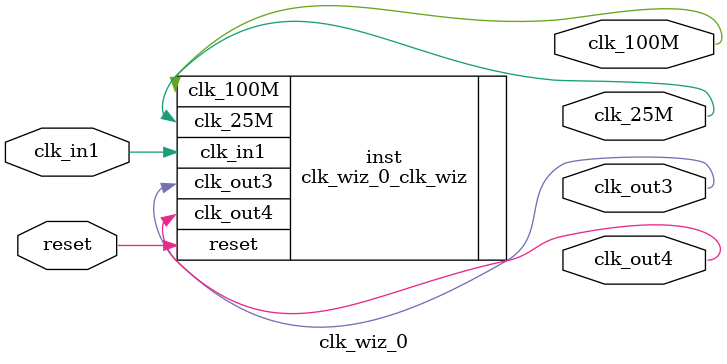
<source format=v>


`timescale 1ps/1ps

(* CORE_GENERATION_INFO = "clk_wiz_0,clk_wiz_v5_3_1,{component_name=clk_wiz_0,use_phase_alignment=true,use_min_o_jitter=false,use_max_i_jitter=false,use_dyn_phase_shift=false,use_inclk_switchover=false,use_dyn_reconfig=false,enable_axi=0,feedback_source=FDBK_AUTO,PRIMITIVE=MMCM,num_out_clk=4,clkin1_period=10.0,clkin2_period=10.0,use_power_down=false,use_reset=true,use_locked=false,use_inclk_stopped=false,feedback_type=SINGLE,CLOCK_MGR_TYPE=NA,manual_override=false}" *)

module clk_wiz_0 
 (
 // Clock in ports
  input         clk_in1,
  // Clock out ports
  output        clk_100M,
  output        clk_25M,
  output        clk_out3,
  output        clk_out4,
  // Status and control signals
  input         reset
 );

  clk_wiz_0_clk_wiz inst
  (
 // Clock in ports
  .clk_in1(clk_in1),
  // Clock out ports  
  .clk_100M(clk_100M),
  .clk_25M(clk_25M),
  .clk_out3(clk_out3),
  .clk_out4(clk_out4),
  // Status and control signals               
  .reset(reset) 
  );

endmodule

</source>
